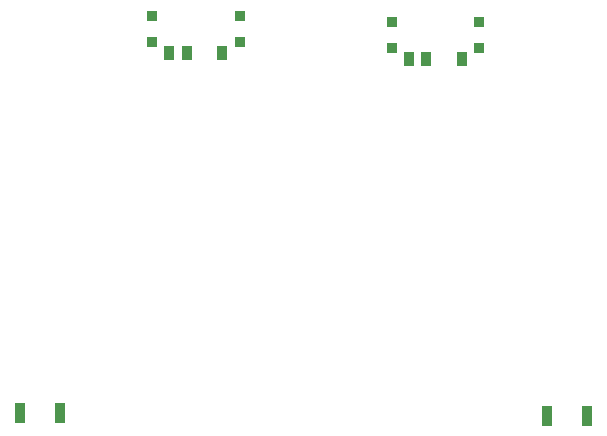
<source format=gtp>
G04 #@! TF.GenerationSoftware,KiCad,Pcbnew,6.0.5*
G04 #@! TF.CreationDate,2022-08-03T13:04:35-04:00*
G04 #@! TF.ProjectId,sweep-high,73776565-702d-4686-9967-682e6b696361,rev?*
G04 #@! TF.SameCoordinates,Original*
G04 #@! TF.FileFunction,Paste,Top*
G04 #@! TF.FilePolarity,Positive*
%FSLAX46Y46*%
G04 Gerber Fmt 4.6, Leading zero omitted, Abs format (unit mm)*
G04 Created by KiCad (PCBNEW 6.0.5) date 2022-08-03 13:04:35*
%MOMM*%
%LPD*%
G01*
G04 APERTURE LIST*
%ADD10R,0.900000X0.900000*%
%ADD11R,0.900000X1.250000*%
%ADD12R,0.900000X1.700000*%
G04 APERTURE END LIST*
D10*
X136902000Y-82890000D03*
X136902000Y-85090000D03*
X144302000Y-85090000D03*
X144302000Y-82890000D03*
D11*
X142852000Y-86065000D03*
X139852000Y-86065000D03*
X138352000Y-86065000D03*
D12*
X125694000Y-116502000D03*
X129094000Y-116502000D03*
X170347840Y-116756000D03*
X173747840Y-116756000D03*
D10*
X164571840Y-85598000D03*
X164571840Y-83398000D03*
X157171840Y-83398000D03*
X157171840Y-85598000D03*
D11*
X163121840Y-86573000D03*
X160121840Y-86573000D03*
X158621840Y-86573000D03*
M02*

</source>
